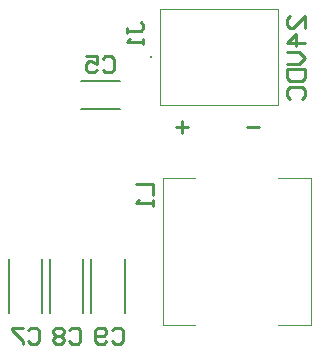
<source format=gbo>
G04*
G04 #@! TF.GenerationSoftware,Altium Limited,Altium Designer,22.3.1 (43)*
G04*
G04 Layer_Color=32896*
%FSLAX25Y25*%
%MOIN*%
G70*
G04*
G04 #@! TF.SameCoordinates,F80411C8-1A31-43C8-AF9B-28CD4ED9FA2C*
G04*
G04*
G04 #@! TF.FilePolarity,Positive*
G04*
G01*
G75*
%ADD10C,0.00787*%
%ADD13C,0.01000*%
%ADD47C,0.00787*%
%ADD48C,0.00394*%
D10*
X70878Y19279D02*
Y37414D01*
X59830Y19279D02*
Y37414D01*
X56484Y87488D02*
X69500D01*
X56484Y96764D02*
X69500D01*
X43319Y19279D02*
Y37414D01*
X32271Y19279D02*
Y37414D01*
X57099Y19279D02*
Y37414D01*
X46051Y19279D02*
Y37414D01*
D13*
X88008Y81481D02*
X91944D01*
X89976Y79513D02*
Y83449D01*
X111622Y81481D02*
X115558D01*
X130890Y114356D02*
Y118291D01*
X126954Y114356D01*
X125970D01*
X124986Y115340D01*
Y117307D01*
X125970Y118291D01*
X130890Y109436D02*
X124986D01*
X127938Y112388D01*
Y108452D01*
X124986Y106484D02*
X128922D01*
X130890Y104516D01*
X128922Y102548D01*
X124986D01*
Y100581D02*
X130890D01*
Y97629D01*
X129906Y96645D01*
X125970D01*
X124986Y97629D01*
Y100581D01*
X125970Y90741D02*
X124986Y91725D01*
Y93693D01*
X125970Y94677D01*
X129906D01*
X130890Y93693D01*
Y91725D01*
X129906Y90741D01*
X71654Y112598D02*
Y114435D01*
Y113517D01*
X76246D01*
X77165Y114435D01*
Y115353D01*
X76246Y116272D01*
X77165Y110762D02*
Y108925D01*
Y109843D01*
X71654D01*
X72573Y110762D01*
X74804Y62532D02*
X80314D01*
Y58858D01*
Y57022D02*
Y55185D01*
Y56103D01*
X74804D01*
X75722Y57022D01*
X66666Y13648D02*
X67585Y14566D01*
X69421D01*
X70340Y13648D01*
Y9974D01*
X69421Y9056D01*
X67585D01*
X66666Y9974D01*
X64830D02*
X63911Y9056D01*
X62075D01*
X61156Y9974D01*
Y13648D01*
X62075Y14566D01*
X63911D01*
X64830Y13648D01*
Y12729D01*
X63911Y11811D01*
X61156D01*
X52493Y13648D02*
X53412Y14566D01*
X55248D01*
X56166Y13648D01*
Y9974D01*
X55248Y9056D01*
X53412D01*
X52493Y9974D01*
X50656Y13648D02*
X49738Y14566D01*
X47901D01*
X46983Y13648D01*
Y12729D01*
X47901Y11811D01*
X46983Y10893D01*
Y9974D01*
X47901Y9056D01*
X49738D01*
X50656Y9974D01*
Y10893D01*
X49738Y11811D01*
X50656Y12729D01*
Y13648D01*
X49738Y11811D02*
X47901D01*
X38714Y13648D02*
X39632Y14566D01*
X41469D01*
X42387Y13648D01*
Y9974D01*
X41469Y9056D01*
X39632D01*
X38714Y9974D01*
X36877Y14566D02*
X33204D01*
Y13648D01*
X36877Y9974D01*
Y9056D01*
X63517Y104199D02*
X64435Y105117D01*
X66272D01*
X67190Y104199D01*
Y100525D01*
X66272Y99607D01*
X64435D01*
X63517Y100525D01*
X58007Y105117D02*
X61680D01*
Y102362D01*
X59843Y103280D01*
X58925D01*
X58007Y102362D01*
Y100525D01*
X58925Y99607D01*
X60762D01*
X61680Y100525D01*
D47*
X79527Y104724D02*
D03*
D48*
X122047Y64567D02*
X132874D01*
Y15354D02*
Y64567D01*
X122047Y15354D02*
X132874D01*
X83661D02*
X94488D01*
X83661D02*
Y64567D01*
X94488D01*
X82677Y88779D02*
Y120669D01*
X122047D01*
Y88779D02*
Y120669D01*
X82677Y88779D02*
X122047D01*
M02*

</source>
